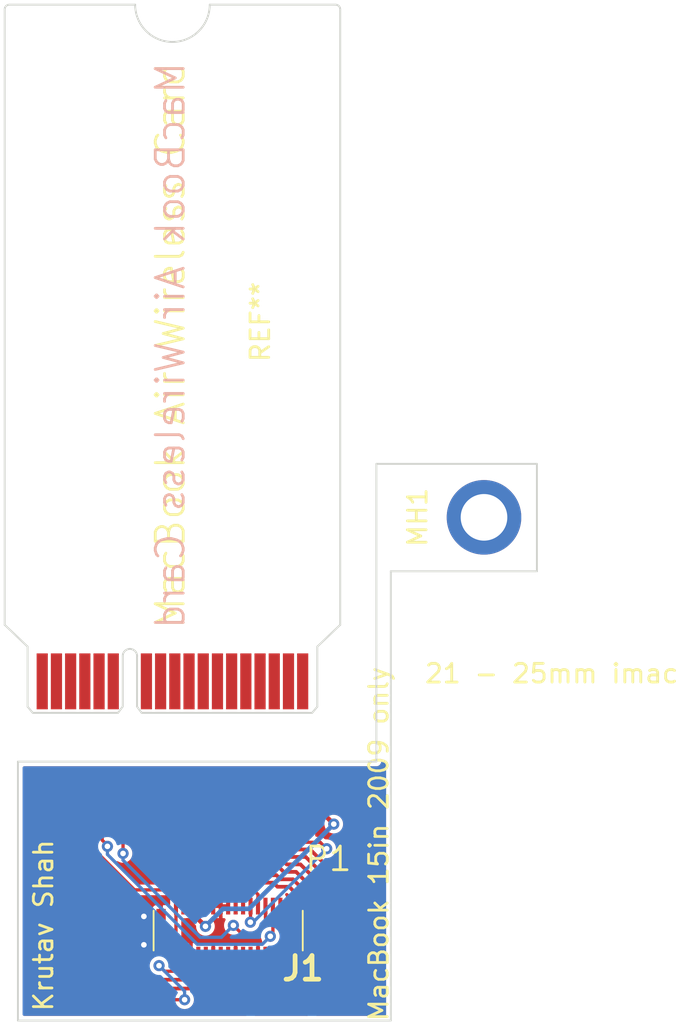
<source format=kicad_pcb>
(kicad_pcb (version 20171130) (host pcbnew "(5.1.6)-1")

  (general
    (thickness 1.6)
    (drawings 15)
    (tracks 149)
    (zones 0)
    (modules 4)
    (nets 18)
  )

  (page A4)
  (layers
    (0 F.Cu signal)
    (31 B.Cu signal)
    (32 B.Adhes user)
    (33 F.Adhes user)
    (34 B.Paste user)
    (35 F.Paste user)
    (36 B.SilkS user)
    (37 F.SilkS user)
    (38 B.Mask user)
    (39 F.Mask user)
    (40 Dwgs.User user)
    (41 Cmts.User user)
    (42 Eco1.User user)
    (43 Eco2.User user)
    (44 Edge.Cuts user)
    (45 Margin user)
    (46 B.CrtYd user)
    (47 F.CrtYd user)
    (48 B.Fab user)
    (49 F.Fab user)
  )

  (setup
    (last_trace_width 0.25)
    (user_trace_width 0.175)
    (user_trace_width 0.2)
    (trace_clearance 0.2)
    (zone_clearance 0.2)
    (zone_45_only no)
    (trace_min 0.175)
    (via_size 0.8)
    (via_drill 0.4)
    (via_min_size 0.4)
    (via_min_drill 0.3)
    (user_via 0.6 0.3)
    (uvia_size 0.3)
    (uvia_drill 0.1)
    (uvias_allowed no)
    (uvia_min_size 0.2)
    (uvia_min_drill 0.1)
    (edge_width 0.1)
    (segment_width 0.2)
    (pcb_text_width 0.3)
    (pcb_text_size 1.5 1.5)
    (mod_edge_width 0.15)
    (mod_text_size 1 1)
    (mod_text_width 0.15)
    (pad_size 4 4)
    (pad_drill 2.5)
    (pad_to_mask_clearance 0)
    (aux_axis_origin 0 0)
    (visible_elements 7FFFFFFF)
    (pcbplotparams
      (layerselection 0x010fc_ffffffff)
      (usegerberextensions false)
      (usegerberattributes true)
      (usegerberadvancedattributes true)
      (creategerberjobfile true)
      (excludeedgelayer true)
      (linewidth 0.100000)
      (plotframeref false)
      (viasonmask false)
      (mode 1)
      (useauxorigin false)
      (hpglpennumber 1)
      (hpglpenspeed 20)
      (hpglpendiameter 15.000000)
      (psnegative false)
      (psa4output false)
      (plotreference true)
      (plotvalue true)
      (plotinvisibletext false)
      (padsonsilk false)
      (subtractmaskfromsilk false)
      (outputformat 1)
      (mirror false)
      (drillshape 1)
      (scaleselection 1)
      (outputdirectory ""))
  )

  (net 0 "")
  (net 1 GND)
  (net 2 PCIE_AP_D2R_P)
  (net 3 AP_RESET_CONN_L)
  (net 4 PCIE_AP_D2R_N)
  (net 5 AP_PCIE_WAKE_L)
  (net 6 AP_CLKREQ_Q_L)
  (net 7 PCIE_CLK100M_AP_P)
  (net 8 WIFI_EVENT_L)
  (net 9 PCIE_CLK100M_AP_N)
  (net 10 "Net-(J1-Pad12)")
  (net 11 "Net-(J1-Pad14)")
  (net 12 PCIE_AP_R2D_P)
  (net 13 PCIE_AP_R2D_N)
  (net 14 USB_BT_P)
  (net 15 PP3V3_WLAN)
  (net 16 USB_BT_N)
  (net 17 PP3V3_S3_BT_F)

  (net_class Default "This is the default net class."
    (clearance 0.2)
    (trace_width 0.25)
    (via_dia 0.8)
    (via_drill 0.4)
    (uvia_dia 0.3)
    (uvia_drill 0.1)
    (add_net AP_CLKREQ_Q_L)
    (add_net AP_PCIE_WAKE_L)
    (add_net AP_RESET_CONN_L)
    (add_net GND)
    (add_net "Net-(J1-Pad12)")
    (add_net "Net-(J1-Pad14)")
    (add_net PCIE_AP_D2R_N)
    (add_net PCIE_AP_D2R_P)
    (add_net PCIE_AP_R2D_N)
    (add_net PCIE_AP_R2D_P)
    (add_net PCIE_CLK100M_AP_N)
    (add_net PCIE_CLK100M_AP_P)
    (add_net PP3V3_S3_BT_F)
    (add_net PP3V3_WLAN)
    (add_net USB_BT_N)
    (add_net USB_BT_P)
    (add_net WIFI_EVENT_L)
  )

  (module 5017450301 (layer F.Cu) (tedit 60398764) (tstamp 6039D5EE)
    (at 111.2774 95.4278)
    (descr 501745-0301)
    (tags Connector)
    (path /6022214E)
    (attr smd)
    (fp_text reference J1 (at 4.0132 1.778) (layer F.SilkS)
      (effects (font (size 1.27 1.27) (thickness 0.254)))
    )
    (fp_text value 501745-0301 (at 0 0) (layer F.SilkS) hide
      (effects (font (size 1.27 1.27) (thickness 0.254)))
    )
    (fp_line (start 4 -1.319) (end -4 -1.319) (layer F.Fab) (width 0.2))
    (fp_line (start -4 -1.319) (end -4 0.811) (layer F.Fab) (width 0.2))
    (fp_line (start -4 0.811) (end 4 0.811) (layer F.Fab) (width 0.2))
    (fp_line (start 4 0.811) (end 4 -1.319) (layer F.Fab) (width 0.2))
    (fp_line (start 5 -3.019) (end -5 -3.019) (layer F.CrtYd) (width 0.1))
    (fp_line (start -5 -3.019) (end -5 2.511) (layer F.CrtYd) (width 0.1))
    (fp_line (start -5 2.511) (end 5 2.511) (layer F.CrtYd) (width 0.1))
    (fp_line (start 5 2.511) (end 5 -3.019) (layer F.CrtYd) (width 0.1))
    (fp_line (start 4 -1.319) (end 4 0.811) (layer F.SilkS) (width 0.1))
    (fp_line (start -4 -1.319) (end -4 0.811) (layer F.SilkS) (width 0.1))
    (fp_text user %R (at 0 -0.254) (layer F.Fab)
      (effects (font (size 1.27 1.27) (thickness 0.254)))
    )
    (pad 1 smd rect (at 2.8 1.061) (size 0.22 0.9) (layers F.Cu F.Paste F.Mask)
      (net 1 GND))
    (pad 2 smd rect (at 2.8 -1.569) (size 0.22 0.9) (layers F.Cu F.Paste F.Mask)
      (net 1 GND))
    (pad 3 smd rect (at 2.4 1.061) (size 0.22 0.9) (layers F.Cu F.Paste F.Mask)
      (net 2 PCIE_AP_D2R_P))
    (pad 4 smd rect (at 2.4 -1.569) (size 0.22 0.9) (layers F.Cu F.Paste F.Mask)
      (net 3 AP_RESET_CONN_L))
    (pad 5 smd rect (at 2 1.061) (size 0.22 0.9) (layers F.Cu F.Paste F.Mask)
      (net 4 PCIE_AP_D2R_N))
    (pad 6 smd rect (at 2 -1.569) (size 0.22 0.9) (layers F.Cu F.Paste F.Mask)
      (net 5 AP_PCIE_WAKE_L))
    (pad 7 smd rect (at 1.6 1.061) (size 0.22 0.9) (layers F.Cu F.Paste F.Mask)
      (net 1 GND))
    (pad 8 smd rect (at 1.6 -1.569) (size 0.22 0.9) (layers F.Cu F.Paste F.Mask)
      (net 6 AP_CLKREQ_Q_L))
    (pad 9 smd rect (at 1.2 1.061) (size 0.22 0.9) (layers F.Cu F.Paste F.Mask)
      (net 7 PCIE_CLK100M_AP_P))
    (pad 10 smd rect (at 1.2 -1.569) (size 0.22 0.9) (layers F.Cu F.Paste F.Mask)
      (net 8 WIFI_EVENT_L))
    (pad 11 smd rect (at 0.8 1.061) (size 0.22 0.9) (layers F.Cu F.Paste F.Mask)
      (net 9 PCIE_CLK100M_AP_N))
    (pad 12 smd rect (at 0.8 -1.569) (size 0.22 0.9) (layers F.Cu F.Paste F.Mask)
      (net 10 "Net-(J1-Pad12)"))
    (pad 13 smd rect (at 0.4 1.061) (size 0.22 0.9) (layers F.Cu F.Paste F.Mask)
      (net 1 GND))
    (pad 14 smd rect (at 0.4 -1.569) (size 0.22 0.9) (layers F.Cu F.Paste F.Mask)
      (net 11 "Net-(J1-Pad14)"))
    (pad 15 smd rect (at 0 1.061) (size 0.22 0.9) (layers F.Cu F.Paste F.Mask)
      (net 12 PCIE_AP_R2D_P))
    (pad 16 smd rect (at 0 -1.569) (size 0.22 0.9) (layers F.Cu F.Paste F.Mask)
      (net 1 GND))
    (pad 17 smd rect (at -0.4 1.061) (size 0.22 0.9) (layers F.Cu F.Paste F.Mask)
      (net 13 PCIE_AP_R2D_N))
    (pad 18 smd rect (at -0.4 -1.569) (size 0.22 0.9) (layers F.Cu F.Paste F.Mask)
      (net 1 GND))
    (pad 19 smd rect (at -0.8 1.061) (size 0.22 0.9) (layers F.Cu F.Paste F.Mask)
      (net 1 GND))
    (pad 20 smd rect (at -0.8 -1.569) (size 0.22 0.9) (layers F.Cu F.Paste F.Mask)
      (net 1 GND))
    (pad 21 smd rect (at -1.2 1.061) (size 0.22 0.9) (layers F.Cu F.Paste F.Mask)
      (net 14 USB_BT_P))
    (pad 22 smd rect (at -1.2 -1.569) (size 0.22 0.9) (layers F.Cu F.Paste F.Mask)
      (net 15 PP3V3_WLAN))
    (pad 23 smd rect (at -1.6 1.061) (size 0.22 0.9) (layers F.Cu F.Paste F.Mask)
      (net 16 USB_BT_N))
    (pad 24 smd rect (at -1.6 -1.569) (size 0.22 0.9) (layers F.Cu F.Paste F.Mask)
      (net 15 PP3V3_WLAN))
    (pad 25 smd rect (at -2 1.061) (size 0.22 0.9) (layers F.Cu F.Paste F.Mask)
      (net 1 GND))
    (pad 26 smd rect (at -2 -1.569) (size 0.22 0.9) (layers F.Cu F.Paste F.Mask)
      (net 15 PP3V3_WLAN))
    (pad 27 smd rect (at -2.4 1.061) (size 0.22 0.9) (layers F.Cu F.Paste F.Mask)
      (net 17 PP3V3_S3_BT_F))
    (pad 28 smd rect (at -2.4 -1.569) (size 0.22 0.9) (layers F.Cu F.Paste F.Mask)
      (net 15 PP3V3_WLAN))
    (pad 29 smd rect (at -2.8 1.061) (size 0.22 0.9) (layers F.Cu F.Paste F.Mask)
      (net 15 PP3V3_WLAN))
    (pad 30 smd rect (at -2.8 -1.569) (size 0.22 0.9) (layers F.Cu F.Paste F.Mask)
      (net 15 PP3V3_WLAN))
    (pad 31 smd rect (at 3.6 0.486) (size 0.5 0.85) (layers F.Cu F.Paste F.Mask)
      (net 1 GND))
    (pad 32 smd rect (at 3.6 -0.994) (size 0.5 0.85) (layers F.Cu F.Paste F.Mask)
      (net 1 GND))
    (pad 33 smd rect (at -3.6 -0.994) (size 0.5 0.85) (layers F.Cu F.Paste F.Mask)
      (net 1 GND))
    (pad 34 smd rect (at -3.6 0.486) (size 0.5 0.85) (layers F.Cu F.Paste F.Mask)
      (net 1 GND))
    (model "C:\\Users\\Administrator\\Documents\\KiCad Projects\\SamacSys_Parts.3dshapes\\501745-0301.stp"
      (at (xyz 0 0 0))
      (scale (xyz 1 1 1))
      (rotate (xyz 0 0 0))
    )
  )

  (module MountingHole:MountingHole_2.5mm_Pad (layer F.Cu) (tedit 6039CA5E) (tstamp 6039D00F)
    (at 125 72.9996)
    (descr "Mounting Hole 2.5mm")
    (tags "mounting hole 2.5mm")
    (attr virtual)
    (fp_text reference MH1 (at -3.5626 0 90) (layer F.SilkS)
      (effects (font (size 1 1) (thickness 0.15)))
    )
    (fp_text value MountingHole_2.5mm_Pad (at 0 3.5) (layer F.Fab)
      (effects (font (size 1 1) (thickness 0.15)))
    )
    (fp_text user %R (at 0.3 0) (layer F.Fab)
      (effects (font (size 1 1) (thickness 0.15)))
    )
    (fp_circle (center 0 0) (end 2.5 0) (layer Cmts.User) (width 0.15))
    (fp_circle (center 0 0) (end 2.75 0) (layer F.CrtYd) (width 0.05))
    (pad 1 thru_hole circle (at 0 0) (size 4 4) (drill 2.5) (layers *.Cu *.Mask))
  )

  (module "MBPWirelessUpgrade:MacBook Air Wireless Card" (layer F.Cu) (tedit 603965A5) (tstamp 6039E3E5)
    (at 99.2886 45.4914)
    (fp_text reference REF** (at 13.708 17.018 90) (layer F.SilkS)
      (effects (font (size 1 1) (thickness 0.15)))
    )
    (fp_text value "MacBook Air Wireless Card" (at 12.708 17.018 90) (layer F.Fab)
      (effects (font (size 1 1) (thickness 0.15)))
    )
    (fp_line (start 1.229 34.444) (end 1.229 37.665) (layer Edge.Cuts) (width 0.1))
    (fp_line (start 0 33.274) (end 1.229 34.444) (layer Edge.Cuts) (width 0.1))
    (fp_line (start 16.771 34.444) (end 18 33.274) (layer Edge.Cuts) (width 0.1))
    (fp_line (start 0 0.254) (end 0 33.274) (layer Edge.Cuts) (width 0.1))
    (fp_line (start 11 0) (end 17.746 0) (layer Edge.Cuts) (width 0.1))
    (fp_line (start 18 0.254) (end 18 33.274) (layer Edge.Cuts) (width 0.1))
    (fp_line (start 1.229 37.665) (end 1.507 38) (layer Edge.Cuts) (width 0.1))
    (fp_line (start 0.254 0) (end 7 0) (layer Edge.Cuts) (width 0.1))
    (fp_line (start 16.771 34.444) (end 16.771 37.665) (layer Edge.Cuts) (width 0.1))
    (fp_line (start 16.771 37.665) (end 16.493 38) (layer Edge.Cuts) (width 0.1))
    (fp_line (start 1.507 38) (end 6.079 38) (layer Edge.Cuts) (width 0.1))
    (fp_line (start 6.079 38) (end 6.329 37.665) (layer Edge.Cuts) (width 0.1))
    (fp_line (start 7.349 38) (end 16.493 38) (layer Edge.Cuts) (width 0.1))
    (fp_line (start 7.349 38) (end 7.099 37.665) (layer Edge.Cuts) (width 0.1))
    (fp_line (start 6.333 34.952) (end 6.333 37.665) (layer Edge.Cuts) (width 0.1))
    (fp_line (start 7.099 34.952) (end 7.099 37.665) (layer Edge.Cuts) (width 0.1))
    (fp_text user "MacBook Air Wireless Card" (at 8.89 18.288 90) (layer B.SilkS)
      (effects (font (size 1.5 1.5) (thickness 0.15)) (justify mirror))
    )
    (fp_text user "MacBook Air Wireless Card" (at 8.89 18.288 90) (layer F.SilkS)
      (effects (font (size 1.5 1.5) (thickness 0.15)))
    )
    (fp_arc (start 6.718 34.952) (end 6.333 34.952) (angle 180) (layer Edge.Cuts) (width 0.1))
    (fp_arc (start 17.746 0.254) (end 18 0.254) (angle -90) (layer Edge.Cuts) (width 0.1))
    (fp_arc (start 0.254 0.254) (end 0.254 0) (angle -90) (layer Edge.Cuts) (width 0.1))
    (fp_arc (start 9 0) (end 7 0) (angle -180) (layer Edge.Cuts) (width 0.1))
    (pad 1 connect rect (at 15.985 36.3085) (size 0.6 3) (layers F.Cu F.Mask))
    (pad 2 connect rect (at 15.223 36.3085) (size 0.6 3) (layers F.Cu F.Mask))
    (pad 3 connect rect (at 14.461 36.3085) (size 0.6 3) (layers F.Cu F.Mask))
    (pad 4 connect rect (at 13.699 36.3085) (size 0.6 3) (layers F.Cu F.Mask))
    (pad 5 connect rect (at 12.937 36.3085) (size 0.6 3) (layers F.Cu F.Mask))
    (pad 6 connect rect (at 12.175 36.3085) (size 0.6 3) (layers F.Cu F.Mask))
    (pad 7 connect rect (at 11.413 36.3085) (size 0.6 3) (layers F.Cu F.Mask))
    (pad 8 connect rect (at 10.651 36.3085) (size 0.6 3) (layers F.Cu F.Mask))
    (pad 9 connect rect (at 9.889 36.3085) (size 0.6 3) (layers F.Cu F.Mask))
    (pad 10 connect rect (at 9.127 36.3085) (size 0.6 3) (layers F.Cu F.Mask))
    (pad 11 connect rect (at 8.365 36.3085) (size 0.6 3) (layers F.Cu F.Mask))
    (pad 12 connect rect (at 7.603 36.3085) (size 0.6 3) (layers F.Cu F.Mask))
    (pad 13 connect rect (at 5.825 36.3085) (size 0.6 3) (layers F.Cu F.Mask))
    (pad 14 connect rect (at 5.063 36.3085) (size 0.6 3) (layers F.Cu F.Mask))
    (pad 15 connect rect (at 4.301 36.3085) (size 0.6 3) (layers F.Cu F.Mask))
    (pad 16 connect rect (at 3.539 36.3085) (size 0.6 3) (layers F.Cu F.Mask))
    (pad 17 connect rect (at 2.777 36.3085) (size 0.6 3) (layers F.Cu F.Mask))
    (pad 18 connect rect (at 2.015 36.3085) (size 0.6 3) (layers F.Cu F.Mask))
  )

  (module "" (layer F.Cu) (tedit 6039844E) (tstamp 0)
    (at 108.602 88.6595)
    (fp_text reference P1 (at 8.0518 2.667) (layer F.SilkS)
      (effects (font (size 1.27 1.27) (thickness 0.15)))
    )
    (fp_text value "" (at 0 0) (layer F.SilkS)
      (effects (font (size 1.27 1.27) (thickness 0.15)))
    )
    (pad 3 connect rect (at 5.317 -0.0135) (size 0.6 3) (layers F.Cu F.Mask)
      (net 1 GND))
    (pad 15 connect rect (at -4.843 -0.0135) (size 0.6 3) (layers F.Cu F.Mask)
      (net 6 AP_CLKREQ_Q_L))
    (pad 16 connect rect (at -5.605 -0.0135) (size 0.6 3) (layers F.Cu F.Mask)
      (net 16 USB_BT_N))
    (pad 5 connect rect (at 3.793 -0.0135) (size 0.6 3) (layers F.Cu F.Mask)
      (net 12 PCIE_AP_R2D_P))
    (pad 18 connect rect (at -7.129 -0.0135) (size 0.6 3) (layers F.Cu F.Mask)
      (net 17 PP3V3_S3_BT_F))
    (pad 12 connect rect (at -1.541 -0.0135) (size 0.6 3) (layers F.Cu F.Mask)
      (net 1 GND))
    (pad 9 connect rect (at 0.745 -0.0135) (size 0.6 3) (layers F.Cu F.Mask)
      (net 1 GND))
    (pad 1 connect rect (at 6.841 -0.0135) (size 0.6 3) (layers F.Cu F.Mask)
      (net 15 PP3V3_WLAN))
    (pad 14 connect rect (at -4.081 -0.0135) (size 0.6 3) (layers F.Cu F.Mask)
      (net 3 AP_RESET_CONN_L))
    (pad 10 connect rect (at -0.017 -0.0135) (size 0.6 3) (layers F.Cu F.Mask)
      (net 4 PCIE_AP_D2R_N))
    (pad 11 connect rect (at -0.779 -0.0135) (size 0.6 3) (layers F.Cu F.Mask)
      (net 2 PCIE_AP_D2R_P))
    (pad 6 connect rect (at 3.031 -0.0135) (size 0.6 3) (layers F.Cu F.Mask)
      (net 1 GND))
    (pad 8 connect rect (at 1.507 -0.0135) (size 0.6 3) (layers F.Cu F.Mask)
      (net 7 PCIE_CLK100M_AP_P))
    (pad 13 connect rect (at -3.319 -0.0135) (size 0.6 3) (layers F.Cu F.Mask)
      (net 5 AP_PCIE_WAKE_L))
    (pad 4 connect rect (at 4.555 -0.0135) (size 0.6 3) (layers F.Cu F.Mask)
      (net 13 PCIE_AP_R2D_N))
    (pad 17 connect rect (at -6.367 -0.0135) (size 0.6 3) (layers F.Cu F.Mask)
      (net 14 USB_BT_P))
    (pad 7 connect rect (at 2.269 -0.0135) (size 0.6 3) (layers F.Cu F.Mask)
      (net 9 PCIE_CLK100M_AP_N))
    (pad 2 connect rect (at 6.079 -0.0135) (size 0.6 3) (layers F.Cu F.Mask)
      (net 8 WIFI_EVENT_L))
  )

  (gr_line (start 119.2276 86.106) (end 119.2276 70.1294) (layer Edge.Cuts) (width 0.1) (tstamp 6039F9F7))
  (gr_text "MacBook 15in 2009 only" (at 119.3546 90.5256 90) (layer F.SilkS) (tstamp 6039F948)
    (effects (font (size 1 1) (thickness 0.15)))
  )
  (gr_text "21 - 25mm imac" (at 128.6256 81.3816) (layer F.SilkS)
    (effects (font (size 1 1) (thickness 0.15)))
  )
  (gr_line (start 118.1 90.92) (end 104.5 90.92) (layer Dwgs.User) (width 0.1) (tstamp 6039C6D4))
  (gr_line (start 118.1 99.15) (end 118.1 90.92) (layer Dwgs.User) (width 0.1) (tstamp 6039C285))
  (gr_line (start 127.8382 70.1294) (end 119.2276 70.1294) (layer Edge.Cuts) (width 0.1) (tstamp 6039D09C))
  (gr_line (start 127.8382 75.8952) (end 127.8382 70.1294) (layer Edge.Cuts) (width 0.1) (tstamp 6039D09C))
  (gr_line (start 104.5 99.15) (end 104.5 90.92) (layer Dwgs.User) (width 0.1) (tstamp 6039C383))
  (gr_line (start 100 99.15) (end 120 99.15) (layer Dwgs.User) (width 0.1))
  (gr_line (start 100 100) (end 100 86.106) (layer Edge.Cuts) (width 0.1) (tstamp 6039C06C))
  (gr_text "Krutav Shah" (at 101.3714 94.8944 90) (layer F.SilkS)
    (effects (font (size 1 1) (thickness 0.15)))
  )
  (gr_line (start 120 100) (end 120 75.8952) (layer Edge.Cuts) (width 0.1))
  (gr_line (start 120 100) (end 100 100) (layer Edge.Cuts) (width 0.1))
  (gr_line (start 120 75.8952) (end 127.8382 75.8952) (layer Edge.Cuts) (width 0.1))
  (gr_line (start 100 86.106) (end 119.2276 86.106) (layer Edge.Cuts) (width 0.1))

  (segment (start 114.8774 94.4338) (end 114.8774 95.9138) (width 0.25) (layer F.Cu) (net 1))
  (via (at 106.7562 94.4118) (size 0.6) (drill 0.3) (layers F.Cu B.Cu) (net 1))
  (via (at 106.7562 95.9358) (size 0.6) (drill 0.3) (layers F.Cu B.Cu) (net 1))
  (segment (start 113.6774 96.7616) (end 113.674901 96.764099) (width 0.175) (layer F.Cu) (net 2))
  (segment (start 113.6774 96.4888) (end 113.6774 96.7616) (width 0.175) (layer F.Cu) (net 2))
  (segment (start 113.6774 97.2472) (end 113.8682 97.438) (width 0.175) (layer F.Cu) (net 2))
  (segment (start 113.6774 96.4888) (end 113.6774 97.2472) (width 0.175) (layer F.Cu) (net 2))
  (segment (start 115.5228 93.7938) (end 115.5228 96.4522) (width 0.2) (layer F.Cu) (net 2))
  (segment (start 113.704864 92.601889) (end 113.924042 92.821067) (width 0.2) (layer F.Cu) (net 2))
  (segment (start 113.924042 92.821067) (end 114.550068 92.821067) (width 0.2) (layer F.Cu) (net 2))
  (segment (start 115.5228 96.4522) (end 114.537 97.438) (width 0.2) (layer F.Cu) (net 2))
  (segment (start 114.550068 92.821067) (end 115.5228 93.7938) (width 0.2) (layer F.Cu) (net 2))
  (segment (start 107.823 88.646) (end 107.823 90.896001) (width 0.2) (layer F.Cu) (net 2))
  (segment (start 114.537 97.438) (end 113.8682 97.438) (width 0.2) (layer F.Cu) (net 2))
  (segment (start 107.823 90.896001) (end 109.528888 92.601889) (width 0.2) (layer F.Cu) (net 2))
  (segment (start 109.528888 92.601889) (end 113.704864 92.601889) (width 0.2) (layer F.Cu) (net 2))
  (via (at 104.8004 90.6526) (size 0.6) (drill 0.3) (layers F.Cu B.Cu) (net 3))
  (segment (start 104.521 90.321) (end 104.8004 90.6004) (width 0.175) (layer F.Cu) (net 3))
  (segment (start 104.8004 90.6004) (end 104.8004 90.6526) (width 0.175) (layer F.Cu) (net 3))
  (segment (start 104.521 88.646) (end 104.521 90.321) (width 0.175) (layer F.Cu) (net 3))
  (via (at 113.538 95.4786) (size 0.6) (drill 0.3) (layers F.Cu B.Cu) (net 3))
  (segment (start 113.6774 95.3392) (end 113.6774 93.8588) (width 0.175) (layer F.Cu) (net 3))
  (segment (start 113.538 95.4786) (end 113.6774 95.3392) (width 0.175) (layer F.Cu) (net 3))
  (segment (start 109.620864 95.907713) (end 113.108887 95.907713) (width 0.175) (layer B.Cu) (net 3))
  (segment (start 113.108887 95.907713) (end 113.538 95.4786) (width 0.175) (layer B.Cu) (net 3))
  (segment (start 104.8004 90.6526) (end 104.8004 91.087249) (width 0.175) (layer B.Cu) (net 3))
  (segment (start 104.8004 91.087249) (end 109.620864 95.907713) (width 0.175) (layer B.Cu) (net 3))
  (segment (start 113.279899 96.491299) (end 113.2774 96.4888) (width 0.175) (layer F.Cu) (net 4))
  (segment (start 113.2774 96.4888) (end 113.2774 97.5294) (width 0.175) (layer F.Cu) (net 4))
  (segment (start 113.636 97.888) (end 113.8682 97.888) (width 0.175) (layer F.Cu) (net 4))
  (segment (start 113.2774 97.5294) (end 113.636 97.888) (width 0.175) (layer F.Cu) (net 4))
  (segment (start 115.935589 93.603889) (end 115.935589 96.675811) (width 0.2) (layer F.Cu) (net 4))
  (segment (start 110.440878 92.201878) (end 113.870553 92.201878) (width 0.2) (layer F.Cu) (net 4))
  (segment (start 114.089731 92.421056) (end 114.752757 92.421056) (width 0.2) (layer F.Cu) (net 4))
  (segment (start 114.752757 92.421056) (end 115.935589 93.603889) (width 0.2) (layer F.Cu) (net 4))
  (segment (start 108.585 90.346) (end 110.440878 92.201878) (width 0.2) (layer F.Cu) (net 4))
  (segment (start 114.7234 97.888) (end 113.8682 97.888) (width 0.2) (layer F.Cu) (net 4))
  (segment (start 115.935589 96.675811) (end 114.7234 97.888) (width 0.2) (layer F.Cu) (net 4))
  (segment (start 113.870553 92.201878) (end 114.089731 92.421056) (width 0.2) (layer F.Cu) (net 4))
  (segment (start 108.585 88.646) (end 108.585 90.346) (width 0.2) (layer F.Cu) (net 4))
  (via (at 105.6386 91.0336) (size 0.6) (drill 0.3) (layers F.Cu B.Cu) (net 5))
  (segment (start 105.6386 91.0336) (end 105.6386 89.0016) (width 0.175) (layer F.Cu) (net 5))
  (segment (start 105.6386 89.0016) (end 105.283 88.646) (width 0.175) (layer F.Cu) (net 5))
  (via (at 111.5568 94.89109) (size 0.6) (drill 0.3) (layers F.Cu B.Cu) (net 5))
  (segment (start 112.749872 95.31023) (end 111.97594 95.31023) (width 0.175) (layer F.Cu) (net 5))
  (segment (start 111.97594 95.31023) (end 111.5568 94.89109) (width 0.175) (layer F.Cu) (net 5))
  (segment (start 113.2774 94.782702) (end 112.749872 95.31023) (width 0.175) (layer F.Cu) (net 5))
  (segment (start 113.2774 93.8588) (end 113.2774 94.782702) (width 0.175) (layer F.Cu) (net 5))
  (segment (start 105.6386 91.0336) (end 105.6386 91.395104) (width 0.175) (layer B.Cu) (net 5))
  (segment (start 109.776198 95.532702) (end 110.915188 95.532702) (width 0.175) (layer B.Cu) (net 5))
  (segment (start 105.6386 91.395104) (end 109.776198 95.532702) (width 0.175) (layer B.Cu) (net 5))
  (segment (start 110.915188 95.532702) (end 111.5568 94.89109) (width 0.175) (layer B.Cu) (net 5))
  (segment (start 112.633 92.9894) (end 112.8774 93.2338) (width 0.175) (layer F.Cu) (net 6))
  (segment (start 103.759 88.646) (end 103.759 90.493219) (width 0.175) (layer F.Cu) (net 6))
  (segment (start 106.255181 92.9894) (end 112.633 92.9894) (width 0.175) (layer F.Cu) (net 6))
  (segment (start 103.759 90.493219) (end 106.255181 92.9894) (width 0.175) (layer F.Cu) (net 6))
  (segment (start 112.8774 93.2338) (end 112.8774 93.8588) (width 0.175) (layer F.Cu) (net 6))
  (segment (start 112.479899 96.491299) (end 112.4774 96.4888) (width 0.175) (layer F.Cu) (net 7))
  (segment (start 112.4774 97.5034) (end 112.4779 97.5039) (width 0.175) (layer F.Cu) (net 7))
  (segment (start 112.4774 96.4888) (end 112.4774 97.5034) (width 0.175) (layer F.Cu) (net 7))
  (segment (start 114.036242 91.801867) (end 114.25542 92.021045) (width 0.2) (layer F.Cu) (net 7))
  (segment (start 110.109 91.301) (end 110.609867 91.801867) (width 0.2) (layer F.Cu) (net 7))
  (segment (start 110.609867 91.801867) (end 114.036242 91.801867) (width 0.2) (layer F.Cu) (net 7))
  (segment (start 114.25542 92.021045) (end 114.918446 92.021045) (width 0.2) (layer F.Cu) (net 7))
  (segment (start 116.3356 96.9348) (end 114.9434 98.327) (width 0.2) (layer F.Cu) (net 7))
  (segment (start 113.301 98.327) (end 112.4779 97.5039) (width 0.2) (layer F.Cu) (net 7))
  (segment (start 114.9434 98.327) (end 113.301 98.327) (width 0.2) (layer F.Cu) (net 7))
  (segment (start 114.918446 92.021045) (end 116.3356 93.4382) (width 0.2) (layer F.Cu) (net 7))
  (segment (start 110.109 88.646) (end 110.109 91.301) (width 0.2) (layer F.Cu) (net 7))
  (segment (start 116.3356 93.4382) (end 116.3356 96.9348) (width 0.2) (layer F.Cu) (net 7))
  (via (at 116.5606 90.7796) (size 0.6) (drill 0.3) (layers F.Cu B.Cu) (net 8))
  (segment (start 116.214501 90.433501) (end 116.5606 90.7796) (width 0.175) (layer F.Cu) (net 8))
  (segment (start 114.912999 90.433501) (end 116.214501 90.433501) (width 0.175) (layer F.Cu) (net 8))
  (segment (start 114.855499 90.376001) (end 114.912999 90.433501) (width 0.175) (layer F.Cu) (net 8))
  (segment (start 114.855499 88.820499) (end 114.855499 90.376001) (width 0.175) (layer F.Cu) (net 8))
  (segment (start 114.681 88.646) (end 114.855499 88.820499) (width 0.175) (layer F.Cu) (net 8))
  (via (at 112.467871 94.722729) (size 0.6) (drill 0.3) (layers F.Cu B.Cu) (net 8))
  (segment (start 112.617471 94.722729) (end 112.467871 94.722729) (width 0.175) (layer B.Cu) (net 8))
  (segment (start 116.5606 90.7796) (end 112.617471 94.722729) (width 0.175) (layer B.Cu) (net 8))
  (segment (start 112.4774 94.7132) (end 112.4774 93.8588) (width 0.175) (layer F.Cu) (net 8))
  (segment (start 112.467871 94.722729) (end 112.4774 94.7132) (width 0.175) (layer F.Cu) (net 8))
  (segment (start 112.079899 96.491299) (end 112.0774 96.4888) (width 0.175) (layer F.Cu) (net 9))
  (segment (start 112.0774 97.7398) (end 112.1597 97.8221) (width 0.175) (layer F.Cu) (net 9))
  (segment (start 112.0774 96.4888) (end 112.0774 97.7398) (width 0.175) (layer F.Cu) (net 9))
  (segment (start 110.871 90.346) (end 111.926856 91.401856) (width 0.2) (layer F.Cu) (net 9))
  (segment (start 116.7856 97.1212) (end 115.1298 98.777) (width 0.2) (layer F.Cu) (net 9))
  (segment (start 115.1298 98.777) (end 113.1146 98.777) (width 0.2) (layer F.Cu) (net 9))
  (segment (start 110.871 88.646) (end 110.871 90.346) (width 0.2) (layer F.Cu) (net 9))
  (segment (start 115.154835 91.621034) (end 116.7856 93.2518) (width 0.2) (layer F.Cu) (net 9))
  (segment (start 116.7856 93.2518) (end 116.7856 97.1212) (width 0.2) (layer F.Cu) (net 9))
  (segment (start 113.1146 98.777) (end 112.1597 97.8221) (width 0.2) (layer F.Cu) (net 9))
  (segment (start 114.201931 91.401856) (end 114.421109 91.621034) (width 0.2) (layer F.Cu) (net 9))
  (segment (start 114.421109 91.621034) (end 115.154835 91.621034) (width 0.2) (layer F.Cu) (net 9))
  (segment (start 111.926856 91.401856) (end 114.201931 91.401856) (width 0.2) (layer F.Cu) (net 9))
  (segment (start 111.2774 97.548) (end 112.9294 99.2) (width 0.175) (layer F.Cu) (net 12))
  (segment (start 111.2774 96.4888) (end 111.2774 97.548) (width 0.175) (layer F.Cu) (net 12))
  (segment (start 115.315 99.2) (end 112.9294 99.2) (width 0.2) (layer F.Cu) (net 12))
  (segment (start 112.395 88.646) (end 112.395 90.412) (width 0.2) (layer F.Cu) (net 12))
  (segment (start 115.439223 91.221023) (end 117.2246 93.0064) (width 0.2) (layer F.Cu) (net 12))
  (segment (start 114.36762 91.001845) (end 114.586798 91.221023) (width 0.2) (layer F.Cu) (net 12))
  (segment (start 117.2246 97.2904) (end 115.315 99.2) (width 0.2) (layer F.Cu) (net 12))
  (segment (start 117.2246 93.0064) (end 117.2246 97.2904) (width 0.2) (layer F.Cu) (net 12))
  (segment (start 114.586798 91.221023) (end 115.439223 91.221023) (width 0.2) (layer F.Cu) (net 12))
  (segment (start 112.984845 91.001845) (end 114.36762 91.001845) (width 0.2) (layer F.Cu) (net 12))
  (segment (start 112.395 90.412) (end 112.984845 91.001845) (width 0.2) (layer F.Cu) (net 12))
  (segment (start 110.8774 97.7844) (end 112.743 99.65) (width 0.175) (layer F.Cu) (net 13))
  (segment (start 110.8774 96.4888) (end 110.8774 97.7844) (width 0.175) (layer F.Cu) (net 13))
  (segment (start 113.157 88.646) (end 113.157 90.346) (width 0.2) (layer F.Cu) (net 13))
  (segment (start 115.5014 99.65) (end 112.743 99.65) (width 0.2) (layer F.Cu) (net 13))
  (segment (start 115.675612 90.821012) (end 117.6746 92.82) (width 0.2) (layer F.Cu) (net 13))
  (segment (start 113.3486 90.5376) (end 114.469075 90.5376) (width 0.2) (layer F.Cu) (net 13))
  (segment (start 117.6746 97.4768) (end 115.5014 99.65) (width 0.2) (layer F.Cu) (net 13))
  (segment (start 117.6746 92.82) (end 117.6746 97.4768) (width 0.2) (layer F.Cu) (net 13))
  (segment (start 114.752487 90.821012) (end 115.675612 90.821012) (width 0.2) (layer F.Cu) (net 13))
  (segment (start 114.469075 90.5376) (end 114.752487 90.821012) (width 0.2) (layer F.Cu) (net 13))
  (segment (start 113.157 90.346) (end 113.3486 90.5376) (width 0.2) (layer F.Cu) (net 13))
  (segment (start 110.0774 98.0128) (end 109.9633 98.1269) (width 0.175) (layer F.Cu) (net 14))
  (segment (start 110.0774 96.4888) (end 110.0774 98.0128) (width 0.175) (layer F.Cu) (net 14))
  (segment (start 102.235 88.646) (end 102.235 93.4346) (width 0.2) (layer F.Cu) (net 14))
  (segment (start 109.808002 98.282198) (end 109.9633 98.1269) (width 0.2) (layer F.Cu) (net 14))
  (segment (start 102.235 93.4346) (end 107.082598 98.282198) (width 0.2) (layer F.Cu) (net 14))
  (segment (start 107.082598 98.282198) (end 109.808002 98.282198) (width 0.2) (layer F.Cu) (net 14))
  (segment (start 108.4774 93.8588) (end 110.0774 93.8588) (width 0.175) (layer F.Cu) (net 15))
  (segment (start 108.4774 96.4888) (end 108.4774 93.8588) (width 0.175) (layer F.Cu) (net 15))
  (segment (start 115.443 88.646) (end 116.1288 88.646) (width 0.25) (layer F.Cu) (net 15))
  (via (at 116.9416 89.4588) (size 0.6) (drill 0.3) (layers F.Cu B.Cu) (net 15))
  (segment (start 116.1288 88.646) (end 116.9416 89.4588) (width 0.25) (layer F.Cu) (net 15))
  (segment (start 116.9416 89.4588) (end 112.395 94.0054) (width 0.25) (layer B.Cu) (net 15))
  (via (at 110.0582 94.9452) (size 0.6) (drill 0.3) (layers F.Cu B.Cu) (net 15))
  (segment (start 110.998 94.0054) (end 110.0582 94.9452) (width 0.25) (layer B.Cu) (net 15))
  (segment (start 112.395 94.0054) (end 110.998 94.0054) (width 0.25) (layer B.Cu) (net 15))
  (segment (start 109.6774 94.5644) (end 109.6774 93.8588) (width 0.25) (layer F.Cu) (net 15))
  (segment (start 110.0582 94.9452) (end 109.6774 94.5644) (width 0.25) (layer F.Cu) (net 15))
  (segment (start 109.6774 97.7764) (end 109.6774 96.4888) (width 0.175) (layer F.Cu) (net 16))
  (segment (start 109.6451 97.8087) (end 109.6774 97.7764) (width 0.175) (layer F.Cu) (net 16))
  (segment (start 102.997 88.646) (end 102.997 93.5602) (width 0.2) (layer F.Cu) (net 16))
  (segment (start 102.997 93.5602) (end 107.2455 97.8087) (width 0.2) (layer F.Cu) (net 16))
  (segment (start 107.2455 97.8087) (end 109.6451 97.8087) (width 0.2) (layer F.Cu) (net 16))
  (segment (start 101.473 88.646) (end 101.473 93.472) (width 0.175) (layer F.Cu) (net 17))
  (segment (start 106.8832 98.8822) (end 108.9406 98.8822) (width 0.175) (layer F.Cu) (net 17))
  (via (at 108.9406 98.8822) (size 0.6) (drill 0.3) (layers F.Cu B.Cu) (net 17))
  (segment (start 101.473 93.472) (end 106.8832 98.8822) (width 0.175) (layer F.Cu) (net 17))
  (via (at 107.569 97.0534) (size 0.6) (drill 0.3) (layers F.Cu B.Cu) (net 17))
  (segment (start 108.9406 98.8822) (end 108.9406 98.425) (width 0.175) (layer B.Cu) (net 17))
  (segment (start 108.9406 98.425) (end 107.569 97.0534) (width 0.175) (layer B.Cu) (net 17))
  (segment (start 108.637801 97.353399) (end 108.8774 97.1138) (width 0.175) (layer F.Cu) (net 17))
  (segment (start 107.868999 97.353399) (end 108.637801 97.353399) (width 0.175) (layer F.Cu) (net 17))
  (segment (start 108.8774 97.1138) (end 108.8774 96.4888) (width 0.175) (layer F.Cu) (net 17))
  (segment (start 107.569 97.0534) (end 107.868999 97.353399) (width 0.175) (layer F.Cu) (net 17))

  (zone (net 1) (net_name GND) (layer B.Cu) (tstamp 0) (hatch edge 0.508)
    (connect_pads (clearance 0.2))
    (min_thickness 0.175)
    (fill yes (arc_segments 32) (thermal_gap 0.2) (thermal_bridge_width 0.2) (smoothing chamfer))
    (polygon
      (pts
        (xy 119.9896 99.9998) (xy 99.9998 99.9998) (xy 99.9998 86.106) (xy 119.9896 86.106)
      )
    )
    (filled_polygon
      (pts
        (xy 119.6625 99.6625) (xy 100.3375 99.6625) (xy 100.3375 96.995536) (xy 106.9815 96.995536) (xy 106.9815 97.111264)
        (xy 107.004077 97.224768) (xy 107.048364 97.331686) (xy 107.112659 97.42791) (xy 107.19449 97.509741) (xy 107.290714 97.574036)
        (xy 107.397632 97.618323) (xy 107.511136 97.6409) (xy 107.626171 97.6409) (xy 108.488609 98.50334) (xy 108.484259 98.50769)
        (xy 108.419964 98.603914) (xy 108.375677 98.710832) (xy 108.3531 98.824336) (xy 108.3531 98.940064) (xy 108.375677 99.053568)
        (xy 108.419964 99.160486) (xy 108.484259 99.25671) (xy 108.56609 99.338541) (xy 108.662314 99.402836) (xy 108.769232 99.447123)
        (xy 108.882736 99.4697) (xy 108.998464 99.4697) (xy 109.111968 99.447123) (xy 109.218886 99.402836) (xy 109.31511 99.338541)
        (xy 109.396941 99.25671) (xy 109.461236 99.160486) (xy 109.505523 99.053568) (xy 109.5281 98.940064) (xy 109.5281 98.824336)
        (xy 109.505523 98.710832) (xy 109.461236 98.603914) (xy 109.396941 98.50769) (xy 109.31713 98.427879) (xy 109.317414 98.424999)
        (xy 109.311166 98.361564) (xy 109.310174 98.351487) (xy 109.288731 98.2808) (xy 109.253909 98.215653) (xy 109.218789 98.172858)
        (xy 109.218786 98.172855) (xy 109.207048 98.158552) (xy 109.192745 98.146814) (xy 108.1565 97.110571) (xy 108.1565 96.995536)
        (xy 108.133923 96.882032) (xy 108.089636 96.775114) (xy 108.025341 96.67889) (xy 107.94351 96.597059) (xy 107.847286 96.532764)
        (xy 107.740368 96.488477) (xy 107.626864 96.4659) (xy 107.511136 96.4659) (xy 107.397632 96.488477) (xy 107.290714 96.532764)
        (xy 107.19449 96.597059) (xy 107.112659 96.67889) (xy 107.048364 96.775114) (xy 107.004077 96.882032) (xy 106.9815 96.995536)
        (xy 100.3375 96.995536) (xy 100.3375 90.594736) (xy 104.2129 90.594736) (xy 104.2129 90.710464) (xy 104.235477 90.823968)
        (xy 104.279764 90.930886) (xy 104.344059 91.02711) (xy 104.425704 91.108755) (xy 104.430827 91.160762) (xy 104.45227 91.231449)
        (xy 104.487092 91.296596) (xy 104.533953 91.353697) (xy 104.548262 91.36544) (xy 109.342673 96.159852) (xy 109.354416 96.174161)
        (xy 109.368723 96.185902) (xy 109.411517 96.221023) (xy 109.455971 96.244783) (xy 109.476664 96.255844) (xy 109.547351 96.277287)
        (xy 109.602445 96.282713) (xy 109.602448 96.282713) (xy 109.620864 96.284527) (xy 109.63928 96.282713) (xy 113.090471 96.282713)
        (xy 113.108887 96.284527) (xy 113.127303 96.282713) (xy 113.127306 96.282713) (xy 113.1824 96.277287) (xy 113.253087 96.255844)
        (xy 113.318234 96.221022) (xy 113.375335 96.174161) (xy 113.387082 96.159847) (xy 113.480829 96.0661) (xy 113.595864 96.0661)
        (xy 113.709368 96.043523) (xy 113.816286 95.999236) (xy 113.91251 95.934941) (xy 113.994341 95.85311) (xy 114.058636 95.756886)
        (xy 114.102923 95.649968) (xy 114.1255 95.536464) (xy 114.1255 95.420736) (xy 114.102923 95.307232) (xy 114.058636 95.200314)
        (xy 113.994341 95.10409) (xy 113.91251 95.022259) (xy 113.816286 94.957964) (xy 113.709368 94.913677) (xy 113.595864 94.8911)
        (xy 113.480136 94.8911) (xy 113.366632 94.913677) (xy 113.259714 94.957964) (xy 113.16349 95.022259) (xy 113.081659 95.10409)
        (xy 113.017364 95.200314) (xy 112.973077 95.307232) (xy 112.9505 95.420736) (xy 112.9505 95.532713) (xy 111.445506 95.532713)
        (xy 111.499629 95.47859) (xy 111.614664 95.47859) (xy 111.728168 95.456013) (xy 111.835086 95.411726) (xy 111.93131 95.347431)
        (xy 112.013141 95.2656) (xy 112.077436 95.169376) (xy 112.079261 95.16497) (xy 112.093361 95.17907) (xy 112.189585 95.243365)
        (xy 112.296503 95.287652) (xy 112.410007 95.310229) (xy 112.525735 95.310229) (xy 112.639239 95.287652) (xy 112.746157 95.243365)
        (xy 112.842381 95.17907) (xy 112.924212 95.097239) (xy 112.988507 95.001015) (xy 113.032794 94.894097) (xy 113.046789 94.82374)
        (xy 116.50343 91.3671) (xy 116.618464 91.3671) (xy 116.731968 91.344523) (xy 116.838886 91.300236) (xy 116.93511 91.235941)
        (xy 117.016941 91.15411) (xy 117.081236 91.057886) (xy 117.125523 90.950968) (xy 117.1481 90.837464) (xy 117.1481 90.721736)
        (xy 117.125523 90.608232) (xy 117.081236 90.501314) (xy 117.016941 90.40509) (xy 116.93511 90.323259) (xy 116.838886 90.258964)
        (xy 116.758214 90.225549) (xy 116.937463 90.0463) (xy 116.999464 90.0463) (xy 117.112968 90.023723) (xy 117.219886 89.979436)
        (xy 117.31611 89.915141) (xy 117.397941 89.83331) (xy 117.462236 89.737086) (xy 117.506523 89.630168) (xy 117.5291 89.516664)
        (xy 117.5291 89.400936) (xy 117.506523 89.287432) (xy 117.462236 89.180514) (xy 117.397941 89.08429) (xy 117.31611 89.002459)
        (xy 117.219886 88.938164) (xy 117.112968 88.893877) (xy 116.999464 88.8713) (xy 116.883736 88.8713) (xy 116.770232 88.893877)
        (xy 116.663314 88.938164) (xy 116.56709 89.002459) (xy 116.485259 89.08429) (xy 116.420964 89.180514) (xy 116.376677 89.287432)
        (xy 116.3541 89.400936) (xy 116.3541 89.462937) (xy 112.224138 93.5929) (xy 111.018246 93.5929) (xy 110.998 93.590906)
        (xy 110.977754 93.5929) (xy 110.977743 93.5929) (xy 110.917136 93.598869) (xy 110.83938 93.622457) (xy 110.806021 93.640287)
        (xy 110.767718 93.66076) (xy 110.720642 93.699395) (xy 110.704908 93.712308) (xy 110.691997 93.72804) (xy 110.062338 94.3577)
        (xy 110.000336 94.3577) (xy 109.886832 94.380277) (xy 109.779914 94.424564) (xy 109.68369 94.488859) (xy 109.601859 94.57069)
        (xy 109.537564 94.666914) (xy 109.509205 94.735379) (xy 106.129786 91.355961) (xy 106.159236 91.311886) (xy 106.203523 91.204968)
        (xy 106.2261 91.091464) (xy 106.2261 90.975736) (xy 106.203523 90.862232) (xy 106.159236 90.755314) (xy 106.094941 90.65909)
        (xy 106.01311 90.577259) (xy 105.916886 90.512964) (xy 105.809968 90.468677) (xy 105.696464 90.4461) (xy 105.580736 90.4461)
        (xy 105.467232 90.468677) (xy 105.370773 90.508632) (xy 105.365323 90.481232) (xy 105.321036 90.374314) (xy 105.256741 90.27809)
        (xy 105.17491 90.196259) (xy 105.078686 90.131964) (xy 104.971768 90.087677) (xy 104.858264 90.0651) (xy 104.742536 90.0651)
        (xy 104.629032 90.087677) (xy 104.522114 90.131964) (xy 104.42589 90.196259) (xy 104.344059 90.27809) (xy 104.279764 90.374314)
        (xy 104.235477 90.481232) (xy 104.2129 90.594736) (xy 100.3375 90.594736) (xy 100.3375 86.4435) (xy 119.211019 86.4435)
        (xy 119.2276 86.445133) (xy 119.244181 86.4435) (xy 119.293762 86.438617) (xy 119.357381 86.419318) (xy 119.416012 86.387979)
        (xy 119.467403 86.345803) (xy 119.509579 86.294412) (xy 119.540918 86.235781) (xy 119.553744 86.1935) (xy 119.662501 86.1935)
      )
    )
  )
  (zone (net 1) (net_name GND) (layer F.Cu) (tstamp 6039DF9F) (hatch edge 0.508)
    (connect_pads (clearance 0.2))
    (min_thickness 0.175)
    (fill yes (arc_segments 32) (thermal_gap 0.2) (thermal_bridge_width 0.2) (smoothing chamfer))
    (polygon
      (pts
        (xy 120.015 99.9998) (xy 100.0252 99.9998) (xy 100.0252 86.106) (xy 120.015 86.106)
      )
    )
    (filled_polygon
      (pts
        (xy 119.6625 99.6625) (xy 116.036907 99.6625) (xy 117.93515 97.764258) (xy 117.949929 97.752129) (xy 117.998353 97.693125)
        (xy 118.034335 97.625807) (xy 118.052559 97.565729) (xy 118.056492 97.552764) (xy 118.063974 97.4768) (xy 118.0621 97.457774)
        (xy 118.0621 92.839026) (xy 118.063974 92.82) (xy 118.056492 92.744036) (xy 118.049771 92.721879) (xy 118.034335 92.670993)
        (xy 117.998353 92.603675) (xy 117.949929 92.544671) (xy 117.935151 92.532543) (xy 116.742689 91.340082) (xy 116.838886 91.300236)
        (xy 116.93511 91.235941) (xy 117.016941 91.15411) (xy 117.081236 91.057886) (xy 117.125523 90.950968) (xy 117.1481 90.837464)
        (xy 117.1481 90.721736) (xy 117.125523 90.608232) (xy 117.081236 90.501314) (xy 117.016941 90.40509) (xy 116.93511 90.323259)
        (xy 116.838886 90.258964) (xy 116.731968 90.214677) (xy 116.618464 90.1921) (xy 116.503429 90.1921) (xy 116.492696 90.181367)
        (xy 116.480949 90.167053) (xy 116.423848 90.120192) (xy 116.358701 90.08537) (xy 116.288014 90.063927) (xy 116.23292 90.058501)
        (xy 116.232917 90.058501) (xy 116.214501 90.056687) (xy 116.196085 90.058501) (xy 116.031891 90.058501) (xy 116.031891 89.132453)
        (xy 116.3541 89.454663) (xy 116.3541 89.516664) (xy 116.376677 89.630168) (xy 116.420964 89.737086) (xy 116.485259 89.83331)
        (xy 116.56709 89.915141) (xy 116.663314 89.979436) (xy 116.770232 90.023723) (xy 116.883736 90.0463) (xy 116.999464 90.0463)
        (xy 117.112968 90.023723) (xy 117.219886 89.979436) (xy 117.31611 89.915141) (xy 117.397941 89.83331) (xy 117.462236 89.737086)
        (xy 117.506523 89.630168) (xy 117.5291 89.516664) (xy 117.5291 89.400936) (xy 117.506523 89.287432) (xy 117.462236 89.180514)
        (xy 117.397941 89.08429) (xy 117.31611 89.002459) (xy 117.219886 88.938164) (xy 117.112968 88.893877) (xy 116.999464 88.8713)
        (xy 116.937463 88.8713) (xy 116.434807 88.368645) (xy 116.421892 88.352908) (xy 116.359081 88.30136) (xy 116.28742 88.263057)
        (xy 116.209664 88.239469) (xy 116.149057 88.2335) (xy 116.149046 88.2335) (xy 116.1288 88.231506) (xy 116.108554 88.2335)
        (xy 116.031891 88.2335) (xy 116.031891 87.146) (xy 116.02634 87.08964) (xy 116.0099 87.035446) (xy 115.983204 86.985501)
        (xy 115.947277 86.941723) (xy 115.903499 86.905796) (xy 115.853554 86.8791) (xy 115.79936 86.86266) (xy 115.743 86.857109)
        (xy 115.143 86.857109) (xy 115.08664 86.86266) (xy 115.062 86.870135) (xy 115.03736 86.86266) (xy 114.981 86.857109)
        (xy 114.381 86.857109) (xy 114.32464 86.86266) (xy 114.3 86.870135) (xy 114.27536 86.86266) (xy 114.219 86.857109)
        (xy 114.003375 86.8585) (xy 113.9315 86.930375) (xy 113.9315 88.6335) (xy 113.9515 88.6335) (xy 113.9515 88.6585)
        (xy 113.9315 88.6585) (xy 113.9315 88.6785) (xy 113.9065 88.6785) (xy 113.9065 88.6585) (xy 113.8865 88.6585)
        (xy 113.8865 88.6335) (xy 113.9065 88.6335) (xy 113.9065 86.930375) (xy 113.834625 86.8585) (xy 113.619 86.857109)
        (xy 113.56264 86.86266) (xy 113.538 86.870135) (xy 113.51336 86.86266) (xy 113.457 86.857109) (xy 112.857 86.857109)
        (xy 112.80064 86.86266) (xy 112.776 86.870135) (xy 112.75136 86.86266) (xy 112.695 86.857109) (xy 112.095 86.857109)
        (xy 112.03864 86.86266) (xy 112.014 86.870135) (xy 111.98936 86.86266) (xy 111.933 86.857109) (xy 111.717375 86.8585)
        (xy 111.6455 86.930375) (xy 111.6455 88.6335) (xy 111.6655 88.6335) (xy 111.6655 88.6585) (xy 111.6455 88.6585)
        (xy 111.6455 90.361625) (xy 111.717375 90.4335) (xy 111.933 90.434891) (xy 111.98936 90.42934) (xy 112.006812 90.424046)
        (xy 112.013108 90.487963) (xy 112.030618 90.545684) (xy 112.035266 90.561007) (xy 112.071248 90.628325) (xy 112.119672 90.687329)
        (xy 112.134451 90.699458) (xy 112.449348 91.014356) (xy 112.087364 91.014356) (xy 111.506777 90.43377) (xy 111.548625 90.4335)
        (xy 111.6205 90.361625) (xy 111.6205 88.6585) (xy 111.6005 88.6585) (xy 111.6005 88.6335) (xy 111.6205 88.6335)
        (xy 111.6205 86.930375) (xy 111.548625 86.8585) (xy 111.333 86.857109) (xy 111.27664 86.86266) (xy 111.252 86.870135)
        (xy 111.22736 86.86266) (xy 111.171 86.857109) (xy 110.571 86.857109) (xy 110.51464 86.86266) (xy 110.49 86.870135)
        (xy 110.46536 86.86266) (xy 110.409 86.857109) (xy 109.809 86.857109) (xy 109.75264 86.86266) (xy 109.728 86.870135)
        (xy 109.70336 86.86266) (xy 109.647 86.857109) (xy 109.431375 86.8585) (xy 109.3595 86.930375) (xy 109.3595 88.6335)
        (xy 109.3795 88.6335) (xy 109.3795 88.6585) (xy 109.3595 88.6585) (xy 109.3595 90.361625) (xy 109.431375 90.4335)
        (xy 109.647 90.434891) (xy 109.70336 90.42934) (xy 109.721501 90.423837) (xy 109.721501 90.934493) (xy 109.220777 90.43377)
        (xy 109.262625 90.4335) (xy 109.3345 90.361625) (xy 109.3345 88.6585) (xy 109.3145 88.6585) (xy 109.3145 88.6335)
        (xy 109.3345 88.6335) (xy 109.3345 86.930375) (xy 109.262625 86.8585) (xy 109.047 86.857109) (xy 108.99064 86.86266)
        (xy 108.966 86.870135) (xy 108.94136 86.86266) (xy 108.885 86.857109) (xy 108.285 86.857109) (xy 108.22864 86.86266)
        (xy 108.204 86.870135) (xy 108.17936 86.86266) (xy 108.123 86.857109) (xy 107.523 86.857109) (xy 107.46664 86.86266)
        (xy 107.442 86.870135) (xy 107.41736 86.86266) (xy 107.361 86.857109) (xy 107.145375 86.8585) (xy 107.0735 86.930375)
        (xy 107.0735 88.6335) (xy 107.0935 88.6335) (xy 107.0935 88.6585) (xy 107.0735 88.6585) (xy 107.0735 90.361625)
        (xy 107.145375 90.4335) (xy 107.361 90.434891) (xy 107.41736 90.42934) (xy 107.435501 90.423837) (xy 107.435501 90.876965)
        (xy 107.433626 90.896001) (xy 107.441108 90.971964) (xy 107.457837 91.02711) (xy 107.463266 91.045008) (xy 107.499248 91.112326)
        (xy 107.547672 91.17133) (xy 107.562451 91.183459) (xy 108.993391 92.6144) (xy 106.410511 92.6144) (xy 105.330275 91.534165)
        (xy 105.360314 91.554236) (xy 105.467232 91.598523) (xy 105.580736 91.6211) (xy 105.696464 91.6211) (xy 105.809968 91.598523)
        (xy 105.916886 91.554236) (xy 106.01311 91.489941) (xy 106.094941 91.40811) (xy 106.159236 91.311886) (xy 106.203523 91.204968)
        (xy 106.2261 91.091464) (xy 106.2261 90.975736) (xy 106.203523 90.862232) (xy 106.159236 90.755314) (xy 106.094941 90.65909)
        (xy 106.0136 90.577749) (xy 106.0136 90.146) (xy 106.472109 90.146) (xy 106.47766 90.20236) (xy 106.4941 90.256554)
        (xy 106.520796 90.306499) (xy 106.556723 90.350277) (xy 106.600501 90.386204) (xy 106.650446 90.4129) (xy 106.70464 90.42934)
        (xy 106.761 90.434891) (xy 106.976625 90.4335) (xy 107.0485 90.361625) (xy 107.0485 88.6585) (xy 106.545375 88.6585)
        (xy 106.4735 88.730375) (xy 106.472109 90.146) (xy 106.0136 90.146) (xy 106.0136 89.020015) (xy 106.015414 89.001599)
        (xy 106.0136 88.983181) (xy 106.008174 88.928087) (xy 105.986731 88.8574) (xy 105.951909 88.792253) (xy 105.950224 88.7902)
        (xy 105.916789 88.749458) (xy 105.916786 88.749455) (xy 105.905048 88.735152) (xy 105.890744 88.723413) (xy 105.871891 88.70456)
        (xy 105.871891 87.146) (xy 106.472109 87.146) (xy 106.4735 88.561625) (xy 106.545375 88.6335) (xy 107.0485 88.6335)
        (xy 107.0485 86.930375) (xy 106.976625 86.8585) (xy 106.761 86.857109) (xy 106.70464 86.86266) (xy 106.650446 86.8791)
        (xy 106.600501 86.905796) (xy 106.556723 86.941723) (xy 106.520796 86.985501) (xy 106.4941 87.035446) (xy 106.47766 87.08964)
        (xy 106.472109 87.146) (xy 105.871891 87.146) (xy 105.86634 87.08964) (xy 105.8499 87.035446) (xy 105.823204 86.985501)
        (xy 105.787277 86.941723) (xy 105.743499 86.905796) (xy 105.693554 86.8791) (xy 105.63936 86.86266) (xy 105.583 86.857109)
        (xy 104.983 86.857109) (xy 104.92664 86.86266) (xy 104.902 86.870135) (xy 104.87736 86.86266) (xy 104.821 86.857109)
        (xy 104.221 86.857109) (xy 104.16464 86.86266) (xy 104.14 86.870135) (xy 104.11536 86.86266) (xy 104.059 86.857109)
        (xy 103.459 86.857109) (xy 103.40264 86.86266) (xy 103.378 86.870135) (xy 103.35336 86.86266) (xy 103.297 86.857109)
        (xy 102.697 86.857109) (xy 102.64064 86.86266) (xy 102.616 86.870135) (xy 102.59136 86.86266) (xy 102.535 86.857109)
        (xy 101.935 86.857109) (xy 101.87864 86.86266) (xy 101.854 86.870135) (xy 101.82936 86.86266) (xy 101.773 86.857109)
        (xy 101.173 86.857109) (xy 101.11664 86.86266) (xy 101.062446 86.8791) (xy 101.012501 86.905796) (xy 100.968723 86.941723)
        (xy 100.932796 86.985501) (xy 100.9061 87.035446) (xy 100.88966 87.08964) (xy 100.884109 87.146) (xy 100.884109 90.146)
        (xy 100.88966 90.20236) (xy 100.9061 90.256554) (xy 100.932796 90.306499) (xy 100.968723 90.350277) (xy 101.012501 90.386204)
        (xy 101.062446 90.4129) (xy 101.098 90.423686) (xy 101.098001 93.453574) (xy 101.096186 93.472) (xy 101.101616 93.527129)
        (xy 101.103427 93.545513) (xy 101.123455 93.611535) (xy 101.12487 93.6162) (xy 101.158893 93.679852) (xy 101.159692 93.681347)
        (xy 101.206553 93.738448) (xy 101.220862 93.750191) (xy 106.605009 99.134339) (xy 106.616752 99.148648) (xy 106.673853 99.195509)
        (xy 106.739 99.230331) (xy 106.809687 99.251774) (xy 106.864781 99.2572) (xy 106.864783 99.2572) (xy 106.883199 99.259014)
        (xy 106.901615 99.2572) (xy 108.484749 99.2572) (xy 108.56609 99.338541) (xy 108.662314 99.402836) (xy 108.769232 99.447123)
        (xy 108.882736 99.4697) (xy 108.998464 99.4697) (xy 109.111968 99.447123) (xy 109.218886 99.402836) (xy 109.31511 99.338541)
        (xy 109.396941 99.25671) (xy 109.461236 99.160486) (xy 109.505523 99.053568) (xy 109.5281 98.940064) (xy 109.5281 98.824336)
        (xy 109.505523 98.710832) (xy 109.488485 98.669698) (xy 109.788976 98.669698) (xy 109.808002 98.671572) (xy 109.827028 98.669698)
        (xy 109.883965 98.66409) (xy 109.957009 98.641933) (xy 110.024327 98.605951) (xy 110.083331 98.557527) (xy 110.095464 98.542743)
        (xy 110.250757 98.38745) (xy 110.287052 98.343224) (xy 110.298245 98.322284) (xy 110.329534 98.290995) (xy 110.343848 98.279248)
        (xy 110.390709 98.222147) (xy 110.425531 98.157) (xy 110.446974 98.086313) (xy 110.4524 98.031219) (xy 110.4524 98.031216)
        (xy 110.454214 98.0128) (xy 110.4524 97.994384) (xy 110.4524 97.166925) (xy 110.4649 97.154425) (xy 110.4649 97.014411)
        (xy 110.47074 96.99516) (xy 110.476291 96.9388) (xy 110.476291 96.0388) (xy 110.47074 95.98244) (xy 110.4649 95.963189)
        (xy 110.4649 95.823175) (xy 110.393025 95.7513) (xy 110.3674 95.749909) (xy 110.31104 95.75546) (xy 110.2774 95.765665)
        (xy 110.24376 95.75546) (xy 110.1874 95.749909) (xy 109.9674 95.749909) (xy 109.91104 95.75546) (xy 109.8774 95.765665)
        (xy 109.84376 95.75546) (xy 109.7874 95.749909) (xy 109.5674 95.749909) (xy 109.51104 95.75546) (xy 109.4774 95.765665)
        (xy 109.44376 95.75546) (xy 109.3874 95.749909) (xy 109.361775 95.7513) (xy 109.2899 95.823175) (xy 109.2899 95.963189)
        (xy 109.28406 95.98244) (xy 109.278509 96.0388) (xy 109.278509 96.9388) (xy 109.28406 96.99516) (xy 109.2899 97.014411)
        (xy 109.2899 97.154425) (xy 109.3024 97.166925) (xy 109.3024 97.4212) (xy 109.100329 97.4212) (xy 109.129535 97.391994)
        (xy 109.143848 97.380248) (xy 109.190709 97.323147) (xy 109.225531 97.258) (xy 109.246974 97.187313) (xy 109.248609 97.170716)
        (xy 109.2649 97.154425) (xy 109.2649 97.014411) (xy 109.27074 96.99516) (xy 109.276291 96.9388) (xy 109.276291 96.0388)
        (xy 109.27074 95.98244) (xy 109.2649 95.963189) (xy 109.2649 95.823175) (xy 109.193025 95.7513) (xy 109.1674 95.749909)
        (xy 109.11104 95.75546) (xy 109.0774 95.765665) (xy 109.04376 95.75546) (xy 108.9874 95.749909) (xy 108.8524 95.749909)
        (xy 108.8524 94.597691) (xy 108.9874 94.597691) (xy 109.04376 94.59214) (xy 109.0774 94.581935) (xy 109.11104 94.59214)
        (xy 109.1674 94.597691) (xy 109.266184 94.597691) (xy 109.270869 94.645263) (xy 109.294457 94.723019) (xy 109.299054 94.731619)
        (xy 109.33276 94.794681) (xy 109.36206 94.830382) (xy 109.384308 94.857492) (xy 109.400045 94.870407) (xy 109.4707 94.941062)
        (xy 109.4707 95.003064) (xy 109.493277 95.116568) (xy 109.537564 95.223486) (xy 109.601859 95.31971) (xy 109.68369 95.401541)
        (xy 109.779914 95.465836) (xy 109.886832 95.510123) (xy 110.000336 95.5327) (xy 110.116064 95.5327) (xy 110.229568 95.510123)
        (xy 110.336486 95.465836) (xy 110.43271 95.401541) (xy 110.514541 95.31971) (xy 110.578836 95.223486) (xy 110.623123 95.116568)
        (xy 110.6457 95.003064) (xy 110.6457 94.887336) (xy 110.623123 94.773832) (xy 110.578836 94.666914) (xy 110.514541 94.57069)
        (xy 110.489902 94.546051) (xy 110.489902 94.524427) (xy 110.561775 94.5963) (xy 110.5874 94.597691) (xy 110.64376 94.59214)
        (xy 110.6774 94.581935) (xy 110.71104 94.59214) (xy 110.7674 94.597691) (xy 110.793025 94.5963) (xy 110.8649 94.524425)
        (xy 110.8649 94.384411) (xy 110.87074 94.36516) (xy 110.876291 94.3088) (xy 110.8749 93.943175) (xy 110.8649 93.933175)
        (xy 110.8649 93.8713) (xy 110.4899 93.8713) (xy 110.4899 93.8913) (xy 110.476291 93.8913) (xy 110.476291 93.8263)
        (xy 110.4899 93.8263) (xy 110.4899 93.8463) (xy 110.8649 93.8463) (xy 110.8649 93.8263) (xy 110.8899 93.8263)
        (xy 110.8899 93.8463) (xy 111.2649 93.8463) (xy 111.2649 93.8263) (xy 111.278509 93.8263) (xy 111.278509 93.8913)
        (xy 111.2649 93.8913) (xy 111.2649 93.8713) (xy 110.8899 93.8713) (xy 110.8899 93.933175) (xy 110.8799 93.943175)
        (xy 110.878509 94.3088) (xy 110.88406 94.36516) (xy 110.8899 94.384411) (xy 110.8899 94.524425) (xy 110.961775 94.5963)
        (xy 110.9874 94.597691) (xy 111.04376 94.59214) (xy 111.05155 94.589777) (xy 111.036164 94.612804) (xy 110.991877 94.719722)
        (xy 110.9693 94.833226) (xy 110.9693 94.948954) (xy 110.991877 95.062458) (xy 111.036164 95.169376) (xy 111.100459 95.2656)
        (xy 111.18229 95.347431) (xy 111.278514 95.411726) (xy 111.385432 95.456013) (xy 111.498936 95.47859) (xy 111.61397 95.47859)
        (xy 111.697749 95.562369) (xy 111.709492 95.576678) (xy 111.739706 95.601473) (xy 111.766592 95.623539) (xy 111.831738 95.65836)
        (xy 111.83174 95.658361) (xy 111.902427 95.679804) (xy 111.957521 95.68523) (xy 111.957523 95.68523) (xy 111.975939 95.687044)
        (xy 111.994355 95.68523) (xy 112.731456 95.68523) (xy 112.749872 95.687044) (xy 112.768288 95.68523) (xy 112.768291 95.68523)
        (xy 112.823385 95.679804) (xy 112.894072 95.658361) (xy 112.959219 95.623539) (xy 112.966613 95.617471) (xy 112.973077 95.649968)
        (xy 113.015626 95.752689) (xy 112.9874 95.749909) (xy 112.961775 95.7513) (xy 112.8899 95.823175) (xy 112.8899 95.963189)
        (xy 112.88406 95.98244) (xy 112.878509 96.0388) (xy 112.878509 96.9388) (xy 112.88406 96.99516) (xy 112.8899 97.014411)
        (xy 112.8899 97.154425) (xy 112.902401 97.166926) (xy 112.902401 97.380394) (xy 112.8524 97.330393) (xy 112.8524 97.166925)
        (xy 112.8649 97.154425) (xy 112.8649 97.014411) (xy 112.87074 96.99516) (xy 112.876291 96.9388) (xy 112.876291 96.0388)
        (xy 112.87074 95.98244) (xy 112.8649 95.963189) (xy 112.8649 95.823175) (xy 112.793025 95.7513) (xy 112.7674 95.749909)
        (xy 112.71104 95.75546) (xy 112.6774 95.765665) (xy 112.64376 95.75546) (xy 112.5874 95.749909) (xy 112.3674 95.749909)
        (xy 112.31104 95.75546) (xy 112.2774 95.765665) (xy 112.24376 95.75546) (xy 112.1874 95.749909) (xy 111.9674 95.749909)
        (xy 111.91104 95.75546) (xy 111.8774 95.765665) (xy 111.84376 95.75546) (xy 111.7874 95.749909) (xy 111.761775 95.7513)
        (xy 111.6899 95.823175) (xy 111.6899 95.963189) (xy 111.68406 95.98244) (xy 111.678509 96.0388) (xy 111.678509 96.9388)
        (xy 111.68406 96.99516) (xy 111.6899 97.014411) (xy 111.6899 97.154425) (xy 111.702401 97.166926) (xy 111.702401 97.442672)
        (xy 111.6524 97.392671) (xy 111.6524 97.166925) (xy 111.6649 97.154425) (xy 111.6649 97.014411) (xy 111.67074 96.99516)
        (xy 111.676291 96.9388) (xy 111.676291 96.0388) (xy 111.67074 95.98244) (xy 111.6649 95.963189) (xy 111.6649 95.823175)
        (xy 111.593025 95.7513) (xy 111.5674 95.749909) (xy 111.51104 95.75546) (xy 111.4774 95.765665) (xy 111.44376 95.75546)
        (xy 111.3874 95.749909) (xy 111.1674 95.749909) (xy 111.11104 95.75546) (xy 111.0774 95.765665) (xy 111.04376 95.75546)
        (xy 110.9874 95.749909) (xy 110.7674 95.749909) (xy 110.71104 95.75546) (xy 110.6774 95.765665) (xy 110.64376 95.75546)
        (xy 110.5874 95.749909) (xy 110.561775 95.7513) (xy 110.4899 95.823175) (xy 110.4899 95.963189) (xy 110.48406 95.98244)
        (xy 110.478509 96.0388) (xy 110.478509 96.9388) (xy 110.48406 96.99516) (xy 110.4899 97.014411) (xy 110.4899 97.154425)
        (xy 110.502401 97.166926) (xy 110.502401 97.765974) (xy 110.500586 97.7844) (xy 110.507039 97.849912) (xy 110.507827 97.857913)
        (xy 110.527408 97.922463) (xy 110.52927 97.9286) (xy 110.559816 97.985747) (xy 110.564092 97.993747) (xy 110.610953 98.050848)
        (xy 110.625262 98.062591) (xy 112.22517 99.6625) (xy 100.3375 99.6625) (xy 100.3375 86.4435) (xy 119.211019 86.4435)
        (xy 119.2276 86.445133) (xy 119.244181 86.4435) (xy 119.293762 86.438617) (xy 119.357381 86.419318) (xy 119.416012 86.387979)
        (xy 119.467403 86.345803) (xy 119.509579 86.294412) (xy 119.540918 86.235781) (xy 119.553744 86.1935) (xy 119.662501 86.1935)
      )
    )
    (filled_polygon
      (pts
        (xy 103.386558 90.5376) (xy 103.389427 90.566732) (xy 103.405572 90.619953) (xy 103.41087 90.637419) (xy 103.445691 90.702565)
        (xy 103.452174 90.710464) (xy 103.492553 90.759667) (xy 103.506862 90.77141) (xy 105.97699 93.241539) (xy 105.988733 93.255848)
        (xy 106.020268 93.281728) (xy 106.045834 93.302709) (xy 106.094198 93.32856) (xy 106.110981 93.337531) (xy 106.181668 93.358974)
        (xy 106.236762 93.3644) (xy 106.236764 93.3644) (xy 106.25518 93.366214) (xy 106.273596 93.3644) (xy 108.082882 93.3644)
        (xy 108.078509 93.4088) (xy 108.078509 93.763577) (xy 108.037954 93.7419) (xy 107.98376 93.72546) (xy 107.9274 93.719909)
        (xy 107.761775 93.7213) (xy 107.6899 93.793175) (xy 107.6899 94.4213) (xy 107.7099 94.4213) (xy 107.7099 94.4463)
        (xy 107.6899 94.4463) (xy 107.6899 95.074425) (xy 107.761775 95.1463) (xy 107.9274 95.147691) (xy 107.98376 95.14214)
        (xy 108.037954 95.1257) (xy 108.087899 95.099004) (xy 108.102401 95.087103) (xy 108.1024 95.260497) (xy 108.087899 95.248596)
        (xy 108.037954 95.2219) (xy 107.98376 95.20546) (xy 107.9274 95.199909) (xy 107.761775 95.2013) (xy 107.6899 95.273175)
        (xy 107.6899 95.9013) (xy 107.7099 95.9013) (xy 107.7099 95.9263) (xy 107.6899 95.9263) (xy 107.6899 95.9463)
        (xy 107.6649 95.9463) (xy 107.6649 95.9263) (xy 107.211775 95.9263) (xy 107.1399 95.998175) (xy 107.138509 96.3388)
        (xy 107.14406 96.39516) (xy 107.1605 96.449354) (xy 107.187196 96.499299) (xy 107.223123 96.543077) (xy 107.24653 96.562287)
        (xy 107.19449 96.597059) (xy 107.112659 96.67889) (xy 107.048364 96.775114) (xy 107.004077 96.882032) (xy 106.9815 96.995536)
        (xy 106.9815 96.996692) (xy 105.473608 95.4888) (xy 107.138509 95.4888) (xy 107.1399 95.829425) (xy 107.211775 95.9013)
        (xy 107.6649 95.9013) (xy 107.6649 95.273175) (xy 107.593025 95.2013) (xy 107.4274 95.199909) (xy 107.37104 95.20546)
        (xy 107.316846 95.2219) (xy 107.266901 95.248596) (xy 107.223123 95.284523) (xy 107.187196 95.328301) (xy 107.1605 95.378246)
        (xy 107.14406 95.43244) (xy 107.138509 95.4888) (xy 105.473608 95.4888) (xy 104.843608 94.8588) (xy 107.138509 94.8588)
        (xy 107.14406 94.91516) (xy 107.1605 94.969354) (xy 107.187196 95.019299) (xy 107.223123 95.063077) (xy 107.266901 95.099004)
        (xy 107.316846 95.1257) (xy 107.37104 95.14214) (xy 107.4274 95.147691) (xy 107.593025 95.1463) (xy 107.6649 95.074425)
        (xy 107.6649 94.4463) (xy 107.211775 94.4463) (xy 107.1399 94.518175) (xy 107.138509 94.8588) (xy 104.843608 94.8588)
        (xy 103.993608 94.0088) (xy 107.138509 94.0088) (xy 107.1399 94.349425) (xy 107.211775 94.4213) (xy 107.6649 94.4213)
        (xy 107.6649 93.793175) (xy 107.593025 93.7213) (xy 107.4274 93.719909) (xy 107.37104 93.72546) (xy 107.316846 93.7419)
        (xy 107.266901 93.768596) (xy 107.223123 93.804523) (xy 107.187196 93.848301) (xy 107.1605 93.898246) (xy 107.14406 93.95244)
        (xy 107.138509 94.0088) (xy 103.993608 94.0088) (xy 103.3845 93.399693) (xy 103.3845 90.516711)
      )
    )
    (filled_polygon
      (pts
        (xy 114.932034 93.751041) (xy 114.8899 93.793175) (xy 114.8899 94.4213) (xy 114.9099 94.4213) (xy 114.9099 94.4463)
        (xy 114.8899 94.4463) (xy 114.8899 95.074425) (xy 114.961775 95.1463) (xy 115.1274 95.147691) (xy 115.135301 95.146913)
        (xy 115.135301 95.200687) (xy 115.1274 95.199909) (xy 114.961775 95.2013) (xy 114.8899 95.273175) (xy 114.8899 95.9013)
        (xy 114.9099 95.9013) (xy 114.9099 95.9263) (xy 114.8899 95.9263) (xy 114.8899 95.9463) (xy 114.8649 95.9463)
        (xy 114.8649 95.9263) (xy 114.8449 95.9263) (xy 114.8449 95.9013) (xy 114.8649 95.9013) (xy 114.8649 95.273175)
        (xy 114.793025 95.2013) (xy 114.6274 95.199909) (xy 114.57104 95.20546) (xy 114.516846 95.2219) (xy 114.466901 95.248596)
        (xy 114.423123 95.284523) (xy 114.387196 95.328301) (xy 114.3605 95.378246) (xy 114.34406 95.43244) (xy 114.338509 95.4888)
        (xy 114.339756 95.794244) (xy 114.297954 95.7719) (xy 114.24376 95.75546) (xy 114.1874 95.749909) (xy 114.161775 95.7513)
        (xy 114.0899 95.823175) (xy 114.0899 96.4763) (xy 114.1099 96.4763) (xy 114.1099 96.5013) (xy 114.0899 96.5013)
        (xy 114.0899 96.5213) (xy 114.076291 96.5213) (xy 114.076291 96.0388) (xy 114.07074 95.98244) (xy 114.0649 95.963189)
        (xy 114.0649 95.823175) (xy 114.034593 95.792868) (xy 114.058636 95.756886) (xy 114.102923 95.649968) (xy 114.1255 95.536464)
        (xy 114.1255 95.420736) (xy 114.102923 95.307232) (xy 114.058636 95.200314) (xy 114.0524 95.190981) (xy 114.0524 94.536925)
        (xy 114.0649 94.524425) (xy 114.0649 94.384411) (xy 114.07074 94.36516) (xy 114.076291 94.3088) (xy 114.076291 93.8263)
        (xy 114.0899 93.8263) (xy 114.0899 93.8463) (xy 114.1099 93.8463) (xy 114.1099 93.8713) (xy 114.0899 93.8713)
        (xy 114.0899 94.524425) (xy 114.161775 94.5963) (xy 114.1874 94.597691) (xy 114.24376 94.59214) (xy 114.297954 94.5757)
        (xy 114.339756 94.553356) (xy 114.338509 94.8588) (xy 114.34406 94.91516) (xy 114.3605 94.969354) (xy 114.387196 95.019299)
        (xy 114.423123 95.063077) (xy 114.466901 95.099004) (xy 114.516846 95.1257) (xy 114.57104 95.14214) (xy 114.6274 95.147691)
        (xy 114.793025 95.1463) (xy 114.8649 95.074425) (xy 114.8649 94.4463) (xy 114.8449 94.4463) (xy 114.8449 94.4213)
        (xy 114.8649 94.4213) (xy 114.8649 93.793175) (xy 114.793025 93.7213) (xy 114.6274 93.719909) (xy 114.57104 93.72546)
        (xy 114.516846 93.7419) (xy 114.474939 93.7643) (xy 114.476291 93.4088) (xy 114.47074 93.35244) (xy 114.4543 93.298246)
        (xy 114.427604 93.248301) (xy 114.419867 93.238873)
      )
    )
  )
)

</source>
